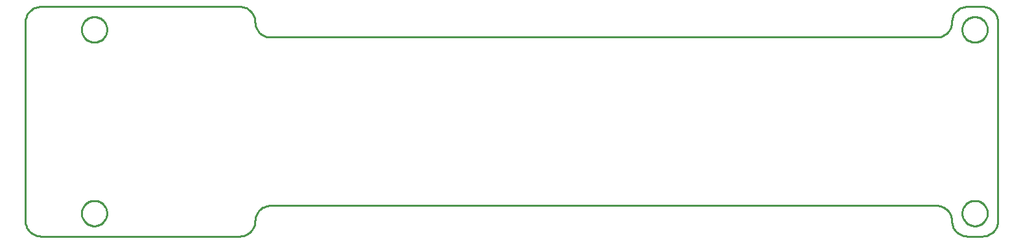
<source format=gbr>
G04 EAGLE Gerber RS-274X export*
G75*
%MOMM*%
%FSLAX34Y34*%
%LPD*%
%IN*%
%IPPOS*%
%AMOC8*
5,1,8,0,0,1.08239X$1,22.5*%
G01*
%ADD10C,0.254000*%


D10*
X0Y20000D02*
X76Y18257D01*
X304Y16527D01*
X681Y14824D01*
X1206Y13160D01*
X1874Y11548D01*
X2680Y10000D01*
X3617Y8528D01*
X4679Y7144D01*
X5858Y5858D01*
X7144Y4679D01*
X8528Y3617D01*
X10000Y2680D01*
X11548Y1874D01*
X13160Y1206D01*
X14824Y681D01*
X16527Y304D01*
X18257Y76D01*
X20000Y0D01*
X280000Y0D01*
X281743Y76D01*
X283473Y304D01*
X285176Y681D01*
X286840Y1206D01*
X288452Y1874D01*
X290000Y2680D01*
X291472Y3617D01*
X292856Y4679D01*
X294142Y5858D01*
X295321Y7144D01*
X296383Y8528D01*
X297321Y10000D01*
X298126Y11548D01*
X298794Y13160D01*
X299319Y14824D01*
X299696Y16527D01*
X299924Y18257D01*
X300000Y20000D01*
X300076Y21743D01*
X300304Y23473D01*
X300681Y25176D01*
X301206Y26840D01*
X301874Y28452D01*
X302680Y30000D01*
X303617Y31472D01*
X304679Y32856D01*
X305858Y34142D01*
X307144Y35321D01*
X308528Y36383D01*
X310000Y37321D01*
X311548Y38126D01*
X313160Y38794D01*
X314824Y39319D01*
X316527Y39696D01*
X318257Y39924D01*
X320000Y40000D01*
X1190000Y40000D01*
X1191743Y39924D01*
X1193473Y39696D01*
X1195176Y39319D01*
X1196840Y38794D01*
X1198452Y38126D01*
X1200000Y37321D01*
X1201472Y36383D01*
X1202856Y35321D01*
X1204142Y34142D01*
X1205321Y32856D01*
X1206383Y31472D01*
X1207321Y30000D01*
X1208126Y28452D01*
X1208794Y26840D01*
X1209319Y25176D01*
X1209696Y23473D01*
X1209924Y21743D01*
X1210000Y20000D01*
X1210076Y18257D01*
X1210304Y16527D01*
X1210681Y14824D01*
X1211206Y13160D01*
X1211874Y11548D01*
X1212680Y10000D01*
X1213617Y8528D01*
X1214679Y7144D01*
X1215858Y5858D01*
X1217144Y4679D01*
X1218528Y3617D01*
X1220000Y2680D01*
X1221548Y1874D01*
X1223160Y1206D01*
X1224824Y681D01*
X1226527Y304D01*
X1228257Y76D01*
X1230000Y0D01*
X1250000Y0D01*
X1251743Y76D01*
X1253473Y304D01*
X1255176Y681D01*
X1256840Y1206D01*
X1258452Y1874D01*
X1260000Y2680D01*
X1261472Y3617D01*
X1262856Y4679D01*
X1264142Y5858D01*
X1265321Y7144D01*
X1266383Y8528D01*
X1267321Y10000D01*
X1268126Y11548D01*
X1268794Y13160D01*
X1269319Y14824D01*
X1269696Y16527D01*
X1269924Y18257D01*
X1270000Y20000D01*
X1270000Y280000D01*
X1269924Y281743D01*
X1269696Y283473D01*
X1269319Y285176D01*
X1268794Y286840D01*
X1268126Y288452D01*
X1267321Y290000D01*
X1266383Y291472D01*
X1265321Y292856D01*
X1264142Y294142D01*
X1262856Y295321D01*
X1261472Y296383D01*
X1260000Y297321D01*
X1258452Y298126D01*
X1256840Y298794D01*
X1255176Y299319D01*
X1253473Y299696D01*
X1251743Y299924D01*
X1250000Y300000D01*
X1230000Y300000D01*
X1228257Y299924D01*
X1226527Y299696D01*
X1224824Y299319D01*
X1223160Y298794D01*
X1221548Y298126D01*
X1220000Y297321D01*
X1218528Y296383D01*
X1217144Y295321D01*
X1215858Y294142D01*
X1214679Y292856D01*
X1213617Y291472D01*
X1212680Y290000D01*
X1211874Y288452D01*
X1211206Y286840D01*
X1210681Y285176D01*
X1210304Y283473D01*
X1210076Y281743D01*
X1210000Y280000D01*
X1209924Y278257D01*
X1209696Y276527D01*
X1209319Y274824D01*
X1208794Y273160D01*
X1208126Y271548D01*
X1207321Y270000D01*
X1206383Y268528D01*
X1205321Y267144D01*
X1204142Y265858D01*
X1202856Y264679D01*
X1201472Y263617D01*
X1200000Y262680D01*
X1198452Y261874D01*
X1196840Y261206D01*
X1195176Y260681D01*
X1193473Y260304D01*
X1191743Y260076D01*
X1190000Y260000D01*
X320000Y260000D01*
X318257Y260076D01*
X316527Y260304D01*
X314824Y260681D01*
X313160Y261206D01*
X311548Y261874D01*
X310000Y262680D01*
X308528Y263617D01*
X307144Y264679D01*
X305858Y265858D01*
X304679Y267144D01*
X303617Y268528D01*
X302680Y270000D01*
X301874Y271548D01*
X301206Y273160D01*
X300681Y274824D01*
X300304Y276527D01*
X300076Y278257D01*
X300000Y280000D01*
X299924Y281743D01*
X299696Y283473D01*
X299319Y285176D01*
X298794Y286840D01*
X298126Y288452D01*
X297321Y290000D01*
X296383Y291472D01*
X295321Y292856D01*
X294142Y294142D01*
X292856Y295321D01*
X291472Y296383D01*
X290000Y297321D01*
X288452Y298126D01*
X286840Y298794D01*
X285176Y299319D01*
X283473Y299696D01*
X281743Y299924D01*
X280000Y300000D01*
X20000Y300000D01*
X18257Y299924D01*
X16527Y299696D01*
X14824Y299319D01*
X13160Y298794D01*
X11548Y298126D01*
X10000Y297321D01*
X8528Y296383D01*
X7144Y295321D01*
X5858Y294142D01*
X4679Y292856D01*
X3617Y291472D01*
X2680Y290000D01*
X1874Y288452D01*
X1206Y286840D01*
X681Y285176D01*
X304Y283473D01*
X76Y281743D01*
X0Y280000D01*
X0Y20000D01*
X1256500Y269460D02*
X1256429Y268382D01*
X1256288Y267311D01*
X1256078Y266251D01*
X1255798Y265208D01*
X1255451Y264185D01*
X1255037Y263187D01*
X1254560Y262218D01*
X1254019Y261282D01*
X1253419Y260384D01*
X1252762Y259527D01*
X1252049Y258715D01*
X1251285Y257951D01*
X1250473Y257239D01*
X1249616Y256581D01*
X1248718Y255981D01*
X1247782Y255441D01*
X1246813Y254963D01*
X1245815Y254549D01*
X1244792Y254202D01*
X1243749Y253922D01*
X1242689Y253712D01*
X1241618Y253571D01*
X1240540Y253500D01*
X1239460Y253500D01*
X1238382Y253571D01*
X1237311Y253712D01*
X1236251Y253922D01*
X1235208Y254202D01*
X1234185Y254549D01*
X1233187Y254963D01*
X1232218Y255441D01*
X1231282Y255981D01*
X1230384Y256581D01*
X1229527Y257239D01*
X1228715Y257951D01*
X1227951Y258715D01*
X1227239Y259527D01*
X1226581Y260384D01*
X1225981Y261282D01*
X1225441Y262218D01*
X1224963Y263187D01*
X1224549Y264185D01*
X1224202Y265208D01*
X1223922Y266251D01*
X1223712Y267311D01*
X1223571Y268382D01*
X1223500Y269460D01*
X1223500Y270540D01*
X1223571Y271618D01*
X1223712Y272689D01*
X1223922Y273749D01*
X1224202Y274792D01*
X1224549Y275815D01*
X1224963Y276813D01*
X1225441Y277782D01*
X1225981Y278718D01*
X1226581Y279616D01*
X1227239Y280473D01*
X1227951Y281285D01*
X1228715Y282049D01*
X1229527Y282762D01*
X1230384Y283419D01*
X1231282Y284019D01*
X1232218Y284560D01*
X1233187Y285037D01*
X1234185Y285451D01*
X1235208Y285798D01*
X1236251Y286078D01*
X1237311Y286288D01*
X1238382Y286429D01*
X1239460Y286500D01*
X1240540Y286500D01*
X1241618Y286429D01*
X1242689Y286288D01*
X1243749Y286078D01*
X1244792Y285798D01*
X1245815Y285451D01*
X1246813Y285037D01*
X1247782Y284560D01*
X1248718Y284019D01*
X1249616Y283419D01*
X1250473Y282762D01*
X1251285Y282049D01*
X1252049Y281285D01*
X1252762Y280473D01*
X1253419Y279616D01*
X1254019Y278718D01*
X1254560Y277782D01*
X1255037Y276813D01*
X1255451Y275815D01*
X1255798Y274792D01*
X1256078Y273749D01*
X1256288Y272689D01*
X1256429Y271618D01*
X1256500Y270540D01*
X1256500Y269460D01*
X1256500Y29460D02*
X1256429Y28382D01*
X1256288Y27311D01*
X1256078Y26251D01*
X1255798Y25208D01*
X1255451Y24185D01*
X1255037Y23187D01*
X1254560Y22218D01*
X1254019Y21282D01*
X1253419Y20384D01*
X1252762Y19527D01*
X1252049Y18715D01*
X1251285Y17951D01*
X1250473Y17239D01*
X1249616Y16581D01*
X1248718Y15981D01*
X1247782Y15441D01*
X1246813Y14963D01*
X1245815Y14549D01*
X1244792Y14202D01*
X1243749Y13922D01*
X1242689Y13712D01*
X1241618Y13571D01*
X1240540Y13500D01*
X1239460Y13500D01*
X1238382Y13571D01*
X1237311Y13712D01*
X1236251Y13922D01*
X1235208Y14202D01*
X1234185Y14549D01*
X1233187Y14963D01*
X1232218Y15441D01*
X1231282Y15981D01*
X1230384Y16581D01*
X1229527Y17239D01*
X1228715Y17951D01*
X1227951Y18715D01*
X1227239Y19527D01*
X1226581Y20384D01*
X1225981Y21282D01*
X1225441Y22218D01*
X1224963Y23187D01*
X1224549Y24185D01*
X1224202Y25208D01*
X1223922Y26251D01*
X1223712Y27311D01*
X1223571Y28382D01*
X1223500Y29460D01*
X1223500Y30540D01*
X1223571Y31618D01*
X1223712Y32689D01*
X1223922Y33749D01*
X1224202Y34792D01*
X1224549Y35815D01*
X1224963Y36813D01*
X1225441Y37782D01*
X1225981Y38718D01*
X1226581Y39616D01*
X1227239Y40473D01*
X1227951Y41285D01*
X1228715Y42049D01*
X1229527Y42762D01*
X1230384Y43419D01*
X1231282Y44019D01*
X1232218Y44560D01*
X1233187Y45037D01*
X1234185Y45451D01*
X1235208Y45798D01*
X1236251Y46078D01*
X1237311Y46288D01*
X1238382Y46429D01*
X1239460Y46500D01*
X1240540Y46500D01*
X1241618Y46429D01*
X1242689Y46288D01*
X1243749Y46078D01*
X1244792Y45798D01*
X1245815Y45451D01*
X1246813Y45037D01*
X1247782Y44560D01*
X1248718Y44019D01*
X1249616Y43419D01*
X1250473Y42762D01*
X1251285Y42049D01*
X1252049Y41285D01*
X1252762Y40473D01*
X1253419Y39616D01*
X1254019Y38718D01*
X1254560Y37782D01*
X1255037Y36813D01*
X1255451Y35815D01*
X1255798Y34792D01*
X1256078Y33749D01*
X1256288Y32689D01*
X1256429Y31618D01*
X1256500Y30540D01*
X1256500Y29460D01*
X106500Y269460D02*
X106429Y268382D01*
X106288Y267311D01*
X106078Y266251D01*
X105798Y265208D01*
X105451Y264185D01*
X105037Y263187D01*
X104560Y262218D01*
X104019Y261282D01*
X103419Y260384D01*
X102762Y259527D01*
X102049Y258715D01*
X101285Y257951D01*
X100473Y257239D01*
X99616Y256581D01*
X98718Y255981D01*
X97782Y255441D01*
X96813Y254963D01*
X95815Y254549D01*
X94792Y254202D01*
X93749Y253922D01*
X92689Y253712D01*
X91618Y253571D01*
X90540Y253500D01*
X89460Y253500D01*
X88382Y253571D01*
X87311Y253712D01*
X86251Y253922D01*
X85208Y254202D01*
X84185Y254549D01*
X83187Y254963D01*
X82218Y255441D01*
X81282Y255981D01*
X80384Y256581D01*
X79527Y257239D01*
X78715Y257951D01*
X77951Y258715D01*
X77239Y259527D01*
X76581Y260384D01*
X75981Y261282D01*
X75441Y262218D01*
X74963Y263187D01*
X74549Y264185D01*
X74202Y265208D01*
X73922Y266251D01*
X73712Y267311D01*
X73571Y268382D01*
X73500Y269460D01*
X73500Y270540D01*
X73571Y271618D01*
X73712Y272689D01*
X73922Y273749D01*
X74202Y274792D01*
X74549Y275815D01*
X74963Y276813D01*
X75441Y277782D01*
X75981Y278718D01*
X76581Y279616D01*
X77239Y280473D01*
X77951Y281285D01*
X78715Y282049D01*
X79527Y282762D01*
X80384Y283419D01*
X81282Y284019D01*
X82218Y284560D01*
X83187Y285037D01*
X84185Y285451D01*
X85208Y285798D01*
X86251Y286078D01*
X87311Y286288D01*
X88382Y286429D01*
X89460Y286500D01*
X90540Y286500D01*
X91618Y286429D01*
X92689Y286288D01*
X93749Y286078D01*
X94792Y285798D01*
X95815Y285451D01*
X96813Y285037D01*
X97782Y284560D01*
X98718Y284019D01*
X99616Y283419D01*
X100473Y282762D01*
X101285Y282049D01*
X102049Y281285D01*
X102762Y280473D01*
X103419Y279616D01*
X104019Y278718D01*
X104560Y277782D01*
X105037Y276813D01*
X105451Y275815D01*
X105798Y274792D01*
X106078Y273749D01*
X106288Y272689D01*
X106429Y271618D01*
X106500Y270540D01*
X106500Y269460D01*
X106500Y29460D02*
X106429Y28382D01*
X106288Y27311D01*
X106078Y26251D01*
X105798Y25208D01*
X105451Y24185D01*
X105037Y23187D01*
X104560Y22218D01*
X104019Y21282D01*
X103419Y20384D01*
X102762Y19527D01*
X102049Y18715D01*
X101285Y17951D01*
X100473Y17239D01*
X99616Y16581D01*
X98718Y15981D01*
X97782Y15441D01*
X96813Y14963D01*
X95815Y14549D01*
X94792Y14202D01*
X93749Y13922D01*
X92689Y13712D01*
X91618Y13571D01*
X90540Y13500D01*
X89460Y13500D01*
X88382Y13571D01*
X87311Y13712D01*
X86251Y13922D01*
X85208Y14202D01*
X84185Y14549D01*
X83187Y14963D01*
X82218Y15441D01*
X81282Y15981D01*
X80384Y16581D01*
X79527Y17239D01*
X78715Y17951D01*
X77951Y18715D01*
X77239Y19527D01*
X76581Y20384D01*
X75981Y21282D01*
X75441Y22218D01*
X74963Y23187D01*
X74549Y24185D01*
X74202Y25208D01*
X73922Y26251D01*
X73712Y27311D01*
X73571Y28382D01*
X73500Y29460D01*
X73500Y30540D01*
X73571Y31618D01*
X73712Y32689D01*
X73922Y33749D01*
X74202Y34792D01*
X74549Y35815D01*
X74963Y36813D01*
X75441Y37782D01*
X75981Y38718D01*
X76581Y39616D01*
X77239Y40473D01*
X77951Y41285D01*
X78715Y42049D01*
X79527Y42762D01*
X80384Y43419D01*
X81282Y44019D01*
X82218Y44560D01*
X83187Y45037D01*
X84185Y45451D01*
X85208Y45798D01*
X86251Y46078D01*
X87311Y46288D01*
X88382Y46429D01*
X89460Y46500D01*
X90540Y46500D01*
X91618Y46429D01*
X92689Y46288D01*
X93749Y46078D01*
X94792Y45798D01*
X95815Y45451D01*
X96813Y45037D01*
X97782Y44560D01*
X98718Y44019D01*
X99616Y43419D01*
X100473Y42762D01*
X101285Y42049D01*
X102049Y41285D01*
X102762Y40473D01*
X103419Y39616D01*
X104019Y38718D01*
X104560Y37782D01*
X105037Y36813D01*
X105451Y35815D01*
X105798Y34792D01*
X106078Y33749D01*
X106288Y32689D01*
X106429Y31618D01*
X106500Y30540D01*
X106500Y29460D01*
M02*

</source>
